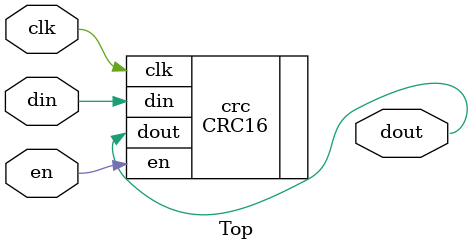
<source format=v>
`include "../CRC16.v"

`timescale 1ns/1ps

module Top(
    input wire clk,
    input wire en,
    input wire din,
    output wire dout
);
    CRC16 #(
        .Delay(0)
    ) crc(
        .clk(clk),
        .en(en),
        .din(din),
        .dout(dout)
    );
endmodule


`ifdef SIM
module Testbench();
    reg clk = 0;
    reg en = 0;
    reg din = 0;
    wire dout;
    Top Top(
        .clk(clk),
        .en(en),
        .din(din),
        .dout(dout)
    );
    
    initial begin
        $dumpfile("top.vcd");
        $dumpvars(0, Testbench);
    end
    
    initial begin
        forever begin
            clk = 0;
            #42;
            clk = 1;
            #42;
        end
    end
    
    initial begin
        reg[15:0] i;
        reg[15:0] crc;
        
        for (i=0; i<17; i=i+1) begin
            wait(clk);
            wait(!clk);
        end
        
        en = 1;
        din = 1;
        for (i=0; i<1024; i=i+1) begin
            wait(clk);
            wait(!clk);
        end
        
        en = 0;
        for (i=0; i<16; i=i+1) begin
            crc = (crc<<1)|dout;
            wait(clk);
            wait(!clk);
        end
        
        $display("crc: %x", crc);
    end
    
endmodule
`endif
</source>
